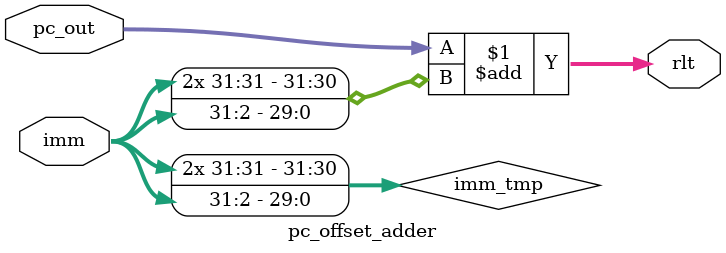
<source format=v>
`timescale 1ns / 1ps


module pc_offset_adder(
    input [31:0]pc_out,//ÊÓÎª´óÓÚ0Êý
    input [31:0]imm,//ÊÓÎªÓÐ·ûºÅÊý£¬ÇÒÎª²¹Âë±íÊ¾
    output [31:0]rlt
    );
    //ÓÉÓÚÌø×ªÖ¸ÁîÆ«ÒÆÁ¿Ä¬ÈÏinstrÖ¸ÁîÎª4¸öÒ»×é´¢´æ£¬Òò´Ë¶ÔimmÐèÒªÓÒÒÆÁ½Î»
    wire [31:0]imm_tmp;
    assign imm_tmp={{2{imm[31]}},imm[31:2]};
    assign rlt=pc_out+imm_tmp;
endmodule

</source>
